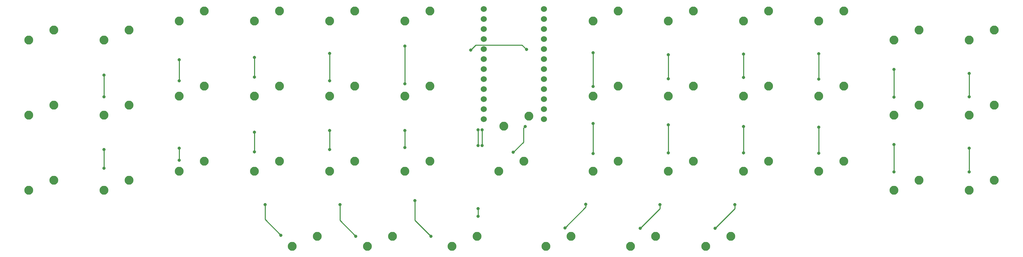
<source format=gbr>
G04 #@! TF.GenerationSoftware,KiCad,Pcbnew,(5.1.2)-1*
G04 #@! TF.CreationDate,2020-02-22T00:02:01+09:00*
G04 #@! TF.ProjectId,rkbd_44,726b6264-5f34-4342-9e6b-696361645f70,rev?*
G04 #@! TF.SameCoordinates,Original*
G04 #@! TF.FileFunction,Copper,L1,Top*
G04 #@! TF.FilePolarity,Positive*
%FSLAX46Y46*%
G04 Gerber Fmt 4.6, Leading zero omitted, Abs format (unit mm)*
G04 Created by KiCad (PCBNEW (5.1.2)-1) date 2020-02-22 00:02:01*
%MOMM*%
%LPD*%
G04 APERTURE LIST*
%ADD10C,2.250000*%
%ADD11C,1.524000*%
%ADD12C,0.800000*%
%ADD13C,0.250000*%
G04 APERTURE END LIST*
D10*
X176371250Y-63976250D03*
X170021250Y-66516250D03*
X147478750Y-93186250D03*
X153828750Y-90646250D03*
D11*
X157604850Y-63468250D03*
X157604850Y-66008250D03*
X157604850Y-68548250D03*
X157604850Y-71088250D03*
X157604850Y-73628250D03*
X157604850Y-76168250D03*
X157604850Y-78708250D03*
X157604850Y-81248250D03*
X157604850Y-83788250D03*
X157604850Y-86328250D03*
X157604850Y-88868250D03*
X157604850Y-91408250D03*
X142384850Y-91408250D03*
X142384850Y-88868250D03*
X142384850Y-86328250D03*
X142384850Y-83788250D03*
X142384850Y-81248250D03*
X142384850Y-78708250D03*
X142384850Y-76168250D03*
X142384850Y-73628250D03*
X142384850Y-71088250D03*
X142384850Y-68548250D03*
X142384850Y-66008250D03*
X142384850Y-63468250D03*
D10*
X204946250Y-121126250D03*
X198596250Y-123666250D03*
X185896250Y-121126250D03*
X179546250Y-123666250D03*
X164465000Y-121126250D03*
X158115000Y-123666250D03*
X140652500Y-121126250D03*
X134302500Y-123666250D03*
X119221250Y-121126250D03*
X112871250Y-123666250D03*
X100171250Y-121126250D03*
X93821250Y-123666250D03*
X271621250Y-106838750D03*
X265271250Y-109378750D03*
X252571250Y-106838750D03*
X246221250Y-109378750D03*
X233521250Y-102076250D03*
X227171250Y-104616250D03*
X214471250Y-102076250D03*
X208121250Y-104616250D03*
X195421250Y-102076250D03*
X189071250Y-104616250D03*
X176371250Y-102076250D03*
X170021250Y-104616250D03*
X152558750Y-102076250D03*
X146208750Y-104616250D03*
X128746250Y-102076250D03*
X122396250Y-104616250D03*
X109696250Y-102076250D03*
X103346250Y-104616250D03*
X90646250Y-102076250D03*
X84296250Y-104616250D03*
X71596250Y-102076250D03*
X65246250Y-104616250D03*
X52546250Y-106838750D03*
X46196250Y-109378750D03*
X33496250Y-106838750D03*
X27146250Y-109378750D03*
X271621250Y-87788750D03*
X265271250Y-90328750D03*
X252571250Y-87788750D03*
X246221250Y-90328750D03*
X233521250Y-83026250D03*
X227171250Y-85566250D03*
X214471250Y-83026250D03*
X208121250Y-85566250D03*
X195421250Y-83026250D03*
X189071250Y-85566250D03*
X176371250Y-83026250D03*
X170021250Y-85566250D03*
X128746250Y-83026250D03*
X122396250Y-85566250D03*
X109696250Y-83026250D03*
X103346250Y-85566250D03*
X90646250Y-83026250D03*
X84296250Y-85566250D03*
X71596250Y-83026250D03*
X65246250Y-85566250D03*
X52546250Y-87788750D03*
X46196250Y-90328750D03*
X33496250Y-87788750D03*
X27146250Y-90328750D03*
X271621250Y-68738750D03*
X265271250Y-71278750D03*
X252571250Y-68738750D03*
X246221250Y-71278750D03*
X233521250Y-63976250D03*
X227171250Y-66516250D03*
X214471250Y-63976250D03*
X208121250Y-66516250D03*
X195421250Y-63976250D03*
X189071250Y-66516250D03*
X128746250Y-63976250D03*
X122396250Y-66516250D03*
X109696250Y-63976250D03*
X103346250Y-66516250D03*
X90646250Y-63976250D03*
X84296250Y-66516250D03*
X71596250Y-63976250D03*
X65246250Y-66516250D03*
X52546250Y-68738750D03*
X46196250Y-71278750D03*
X33496250Y-68738750D03*
X27146250Y-71278750D03*
D12*
X139036250Y-73836250D03*
X153166250Y-73696250D03*
X141956250Y-94056250D03*
X141956250Y-98056250D03*
X140956250Y-94056250D03*
X140956250Y-98056250D03*
X140956250Y-114056250D03*
X140956250Y-116056250D03*
X46196250Y-80206850D03*
X46196250Y-85718650D03*
X46196250Y-99060000D03*
X46196250Y-103822500D03*
X65246250Y-76346050D03*
X65246250Y-81680050D03*
X65246250Y-98766250D03*
X65246250Y-101766250D03*
X84296250Y-75716250D03*
X84296250Y-80716250D03*
X84296250Y-94716250D03*
X84296250Y-99716250D03*
X86956250Y-113056250D03*
X90956250Y-120801250D03*
X103346250Y-74666250D03*
X103346250Y-81666250D03*
X103346250Y-94297500D03*
X103346250Y-99060000D03*
X105956250Y-113056250D03*
X109956250Y-121056250D03*
X122396250Y-72866250D03*
X122396250Y-82391250D03*
X122396250Y-94297500D03*
X122396250Y-98583750D03*
X124956250Y-112056250D03*
X128956250Y-121056250D03*
X170016250Y-74556250D03*
X170016250Y-83066250D03*
X170021250Y-92471250D03*
X170026250Y-100136250D03*
X168216250Y-112926250D03*
X162906250Y-118966250D03*
X189071250Y-75041250D03*
X189081250Y-81131250D03*
X189071250Y-92821250D03*
X189071250Y-99941250D03*
X186956250Y-113056250D03*
X181956250Y-119056250D03*
X208121250Y-74866250D03*
X208121250Y-80816250D03*
X208121250Y-93266250D03*
X208131250Y-99956250D03*
X205956250Y-113056250D03*
X200956250Y-119056250D03*
X227171250Y-74766250D03*
X227171250Y-81221250D03*
X227171250Y-93421250D03*
X227171250Y-99996250D03*
X246221250Y-78791250D03*
X246221250Y-85791250D03*
X246221250Y-97791250D03*
X246221250Y-104791250D03*
X265271250Y-79741250D03*
X265271250Y-85741250D03*
X265271250Y-98741250D03*
X265271250Y-104741250D03*
X152856250Y-93209740D03*
X149856250Y-99786250D03*
D13*
X140331251Y-72541249D02*
X152011249Y-72541249D01*
X139036250Y-73836250D02*
X140331251Y-72541249D01*
X152011249Y-72541249D02*
X153166250Y-73696250D01*
X141956250Y-94056250D02*
X141956250Y-98056250D01*
X140956250Y-94056250D02*
X140956250Y-98056250D01*
X140956250Y-114056250D02*
X140956250Y-116056250D01*
X46196250Y-80206850D02*
X46196250Y-80772535D01*
X46196250Y-80772535D02*
X46196250Y-85718650D01*
X46196250Y-99060000D02*
X46196250Y-103822500D01*
X65246250Y-76346050D02*
X65246250Y-81680050D01*
X65246250Y-98766250D02*
X65246250Y-101766250D01*
X84296250Y-75716250D02*
X84296250Y-80716250D01*
X84296250Y-94716250D02*
X84296250Y-99716250D01*
X86956250Y-116801250D02*
X90956250Y-120801250D01*
X86956250Y-113056250D02*
X86956250Y-116801250D01*
X103346250Y-74666250D02*
X103346250Y-81666250D01*
X103346250Y-94297500D02*
X103346250Y-99060000D01*
X105956250Y-113056250D02*
X105956250Y-117056250D01*
X105956250Y-117056250D02*
X109956250Y-121056250D01*
X122396250Y-72866250D02*
X122396250Y-82391250D01*
X122396250Y-94297500D02*
X122396250Y-98583750D01*
X124956250Y-112056250D02*
X124956250Y-117056250D01*
X124956250Y-117056250D02*
X128956250Y-121056250D01*
X170016250Y-74556250D02*
X170016250Y-81356250D01*
X170016250Y-81356250D02*
X170016250Y-83066250D01*
X170021250Y-93036935D02*
X170026250Y-93041935D01*
X170021250Y-92471250D02*
X170021250Y-93036935D01*
X170026250Y-93041935D02*
X170026250Y-100136250D01*
X168216250Y-112926250D02*
X168216250Y-113656250D01*
X168216250Y-113656250D02*
X162906250Y-118966250D01*
X189071250Y-75606935D02*
X189081250Y-75616935D01*
X189071250Y-75041250D02*
X189071250Y-75606935D01*
X189081250Y-75616935D02*
X189081250Y-81131250D01*
X189071250Y-92821250D02*
X189071250Y-97555050D01*
X189071250Y-97555050D02*
X189071250Y-99941250D01*
X186956250Y-113056250D02*
X186956250Y-114056250D01*
X186956250Y-114056250D02*
X181956250Y-119056250D01*
X208121250Y-74866250D02*
X208121250Y-80816250D01*
X208121250Y-93831935D02*
X208131250Y-93841935D01*
X208121250Y-93266250D02*
X208121250Y-93831935D01*
X208131250Y-93841935D02*
X208131250Y-99956250D01*
X205956250Y-113056250D02*
X205956250Y-114056250D01*
X205956250Y-114056250D02*
X200956250Y-119056250D01*
X227171250Y-74766250D02*
X227171250Y-81221250D01*
X227171250Y-93421250D02*
X227171250Y-99996250D01*
X246221250Y-78791250D02*
X246221250Y-85791250D01*
X246221250Y-97791250D02*
X246221250Y-104791250D01*
X265271250Y-79741250D02*
X265271250Y-85741250D01*
X265271250Y-98741250D02*
X265271250Y-104741250D01*
X152456251Y-93609739D02*
X152456251Y-97186249D01*
X152856250Y-93209740D02*
X152456251Y-93609739D01*
X152456251Y-97186249D02*
X149856250Y-99786250D01*
M02*

</source>
